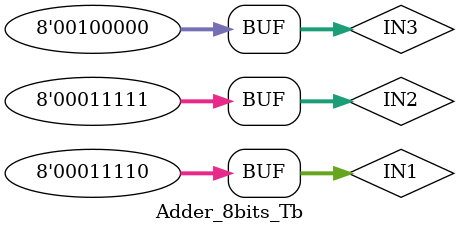
<source format=v>
`timescale 1ns/1ps

module Adder_8bits(
IN1,
IN2,
IN3,
OUT
);

input wire [7:0] IN1;
input wire [7:0] IN2;
input wire [7:0] IN3;
output reg [7:0] OUT;

always @(IN1 or IN2 or IN3) begin
	OUT = IN1 + IN2 + IN3;
end

endmodule

module Adder_8bits_Tb;
   reg [7:0] IN1, IN2, IN3;
   wire[7:0] OUT;

initial begin
   #0 IN1 = 8'd10;
   #10 IN1 = 8'd20;
   #20 IN1 = 8'd30;
end

initial begin
   #0 IN2 = 8'd11;
   #10 IN2 = 8'd21;
   #20 IN2 = 8'd31;
end

initial begin
   #0 IN3 = 8'd12;
   #10 IN3 = 8'd22;
   #20 IN3 = 8'd32;
end

Adder_8bits I0(.IN1(IN1), .IN2(IN2), .IN3(IN3) ,.OUT(OUT));
endmodule

</source>
